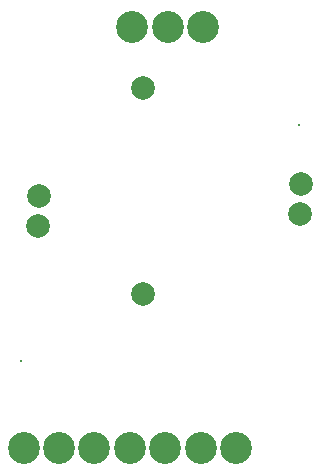
<source format=gbs>
%FSTAX36Y36*%
%MOIN*%
%SFA1B1*%

%IPPOS*%
%ADD29C,0.078870*%
%ADD30C,0.106420*%
%ADD31C,0.008000*%
%LNpcb1-1*%
%LPD*%
G54D29*
X00093386Y00059213D03*
X00092992Y00049213D03*
X00005472Y00045118D03*
X00005866Y00055118D03*
X0004052Y00091189D03*
Y00022291D03*
G54D30*
X00000787Y-00028858D03*
X00012598D03*
X00024409D03*
X0003622D03*
X00036953Y00111334D03*
X00048765D03*
X00060576D03*
X00071653Y-00028858D03*
X00059842D03*
X00048031D03*
G54D31*
X0009252Y0007874D03*
X0Y0D03*
M02*
</source>
